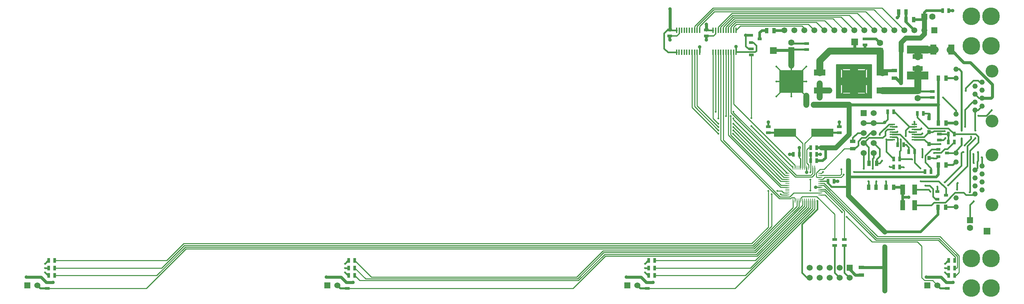
<source format=gtl>
G04 #@! TF.FileFunction,Copper,L1,Top,Signal*
%FSLAX46Y46*%
G04 Gerber Fmt 4.6, Leading zero omitted, Abs format (unit mm)*
G04 Created by KiCad (PCBNEW (2014-jul-16 BZR unknown)-product) date Qui 11 Dez 2014 13:31:00 BRST*
%MOMM*%
G01*
G04 APERTURE LIST*
%ADD10C,0.152400*%
%ADD11C,1.600000*%
%ADD12R,1.600000X1.600000*%
%ADD13R,1.143000X0.635000*%
%ADD14R,0.635000X1.143000*%
%ADD15C,4.500000*%
%ADD16R,1.500000X2.600000*%
%ADD17R,0.850900X1.016000*%
%ADD18R,1.524000X1.524000*%
%ADD19C,1.524000*%
%ADD20C,1.320800*%
%ADD21C,3.251200*%
%ADD22C,1.500000*%
%ADD23R,1.500000X1.500000*%
%ADD24R,1.000760X0.800100*%
%ADD25R,0.889000X1.397000*%
%ADD26R,1.397000X0.889000*%
%ADD27R,1.700000X1.700000*%
%ADD28R,0.269240X1.000760*%
%ADD29R,1.000760X0.269240*%
%ADD30R,6.197600X5.791200*%
%ADD31R,2.997200X1.600200*%
%ADD32R,0.419100X1.470660*%
%ADD33R,5.588000X2.108200*%
%ADD34R,1.270000X2.540000*%
%ADD35R,5.400000X2.000000*%
%ADD36R,2.540000X1.270000*%
%ADD37R,1.470660X0.419100*%
%ADD38C,1.270000*%
%ADD39C,0.889000*%
%ADD40C,0.508000*%
%ADD41C,0.508000*%
%ADD42C,0.635000*%
%ADD43C,0.762000*%
%ADD44C,1.524000*%
%ADD45C,1.270000*%
%ADD46C,0.304800*%
%ADD47C,0.381000*%
%ADD48C,1.016000*%
%ADD49C,1.778000*%
%ADD50C,0.254000*%
%ADD51C,0.203200*%
G04 APERTURE END LIST*
D10*
D11*
X227838000Y-23352000D03*
D12*
X227838000Y-21352000D03*
D13*
X231521000Y-21590000D03*
X231521000Y-23114000D03*
D11*
X218236800Y-9287000D03*
D12*
X218236800Y-11287000D03*
D13*
X214426800Y-9779000D03*
X214426800Y-8255000D03*
D11*
X195707000Y-9160000D03*
D12*
X195707000Y-11160000D03*
D13*
X199644000Y-10922000D03*
X199644000Y-9398000D03*
D14*
X227711000Y-27178000D03*
X229235000Y-27178000D03*
X200596500Y-37604700D03*
X202120500Y-37604700D03*
D13*
X207873600Y-30556200D03*
X207873600Y-32080200D03*
X189852300Y-30556200D03*
X189852300Y-32080200D03*
D14*
X197726300Y-37617400D03*
X196202300Y-37617400D03*
X205016100Y-44475400D03*
X206540100Y-44475400D03*
D13*
X174117000Y-7493000D03*
X174117000Y-5969000D03*
X164846000Y-7493000D03*
X164846000Y-5969000D03*
D11*
X231505000Y-2540000D03*
D12*
X229505000Y-2540000D03*
D14*
X234188000Y-1016000D03*
X235712000Y-1016000D03*
D15*
X246390800Y-2523800D03*
X246390800Y-10023800D03*
X241390800Y-2523800D03*
X241390800Y-10023800D03*
X246390800Y-64131500D03*
X246390800Y-71631500D03*
X241390800Y-64131500D03*
X241390800Y-71631500D03*
D16*
X236311000Y-10922000D03*
X231811000Y-10922000D03*
D17*
X230670100Y-35039300D03*
X230670100Y-38595300D03*
X230670100Y-31991300D03*
X230670100Y-28435300D03*
D18*
X230268780Y-70967600D03*
D19*
X232808780Y-70967600D03*
D18*
X154068780Y-70967600D03*
D19*
X156608780Y-70967600D03*
D18*
X77868780Y-70967600D03*
D19*
X80408780Y-70967600D03*
D18*
X1668780Y-70967600D03*
D19*
X4208780Y-70967600D03*
D20*
X237528100Y-15989300D03*
X237528100Y-18275300D03*
X237528100Y-27419300D03*
X237528100Y-29705300D03*
X242354100Y-26403300D03*
X242354100Y-24371300D03*
X242354100Y-22339300D03*
X242354100Y-20307300D03*
X244132100Y-23355300D03*
X244132100Y-21323300D03*
X244132100Y-25387300D03*
X244132100Y-19291300D03*
D21*
X246672100Y-16497300D03*
X246672100Y-29197300D03*
D20*
X237528100Y-37325300D03*
X237528100Y-39611300D03*
X237528100Y-48755300D03*
X237528100Y-51041300D03*
X242354100Y-47739300D03*
X242354100Y-45707300D03*
X242354100Y-43675300D03*
X242354100Y-41643300D03*
X244132100Y-44691300D03*
X244132100Y-42659300D03*
X244132100Y-46723300D03*
X244132100Y-40627300D03*
D21*
X246672100Y-37833300D03*
X246672100Y-50533300D03*
D22*
X196480000Y-6028000D03*
X193940000Y-6028000D03*
X206640000Y-6028000D03*
X204100000Y-6028000D03*
X201560000Y-6028000D03*
X214260000Y-6028000D03*
X211720000Y-6028000D03*
X209180000Y-6028000D03*
X224420000Y-6028000D03*
X221880000Y-6028000D03*
X219340000Y-6028000D03*
D23*
X232040000Y-6028000D03*
D22*
X229500000Y-6028000D03*
X199020000Y-6028000D03*
X226960000Y-6028000D03*
X216800000Y-6028000D03*
D18*
X210502500Y-66535300D03*
D19*
X210502500Y-69075300D03*
X207962500Y-66535300D03*
X207962500Y-69075300D03*
X205422500Y-66535300D03*
X205422500Y-69075300D03*
X202882500Y-66535300D03*
X202882500Y-69075300D03*
X200342500Y-66535300D03*
X200342500Y-69075300D03*
D24*
X235218820Y-37268000D03*
X233019180Y-38220500D03*
X233019180Y-36315500D03*
X235018820Y-48068000D03*
X232819180Y-49020500D03*
X232819180Y-47115500D03*
X187700920Y-8242300D03*
X185501280Y-9194800D03*
X185501280Y-7289800D03*
D14*
X229666800Y-42062400D03*
X231190800Y-42062400D03*
D25*
X233066500Y-40368000D03*
X234971500Y-40368000D03*
X232966500Y-51068000D03*
X234871500Y-51068000D03*
X233066500Y-18268000D03*
X234971500Y-18268000D03*
X233066500Y-29668000D03*
X234971500Y-29668000D03*
D13*
X235348780Y-70205600D03*
X235348780Y-71729600D03*
X159174180Y-70205600D03*
X159174180Y-71729600D03*
X82974180Y-70205600D03*
X82974180Y-71729600D03*
X6774180Y-70205600D03*
X6774180Y-71729600D03*
D14*
X235686600Y-64643000D03*
X237210600Y-64643000D03*
X235686600Y-66548000D03*
X237210600Y-66548000D03*
X235686600Y-68453000D03*
X237210600Y-68453000D03*
X161010600Y-64643000D03*
X159486600Y-64643000D03*
X161010600Y-66548000D03*
X159486600Y-66548000D03*
X161010600Y-68453000D03*
X159486600Y-68453000D03*
X84810600Y-64643000D03*
X83286600Y-64643000D03*
X84810600Y-66548000D03*
X83286600Y-66548000D03*
X84810600Y-68453000D03*
X83286600Y-68453000D03*
X8636000Y-64643000D03*
X7112000Y-64643000D03*
X8636000Y-66548000D03*
X7112000Y-66548000D03*
X8636000Y-68453000D03*
X7112000Y-68453000D03*
D25*
X199517000Y-25019000D03*
X201422000Y-25019000D03*
D13*
X233273600Y-32499300D03*
X233273600Y-34023300D03*
D14*
X227076000Y-36957000D03*
X225552000Y-36957000D03*
X223240600Y-38849300D03*
X221716600Y-38849300D03*
X220218000Y-26797000D03*
X221742000Y-26797000D03*
X223240600Y-40817800D03*
X221716600Y-40817800D03*
X202107800Y-35953700D03*
X200583800Y-35953700D03*
X202120500Y-39255700D03*
X200596500Y-39255700D03*
D25*
X224866500Y-3318000D03*
X226771500Y-3318000D03*
X222966500Y-1418000D03*
X224871500Y-1418000D03*
D13*
X185521600Y-12306300D03*
X185521600Y-10782300D03*
D25*
X189420500Y-6096000D03*
X191325500Y-6096000D03*
D26*
X221881700Y-16319500D03*
X221881700Y-18224500D03*
X213514940Y-66451480D03*
X213514940Y-68356480D03*
D13*
X209194400Y-59258200D03*
X209194400Y-60782200D03*
X206679800Y-59258200D03*
X206679800Y-60782200D03*
D27*
X191135000Y-11176000D03*
X211759800Y-9017000D03*
X245389400Y-57200800D03*
D28*
X196118480Y-49425860D03*
X201620120Y-41023540D03*
X201119740Y-41023540D03*
X200619360Y-41023540D03*
X200118980Y-41023540D03*
X199618600Y-41023540D03*
X199118220Y-41023540D03*
X198620380Y-41023540D03*
X198120000Y-41023540D03*
X197619620Y-41023540D03*
X197119240Y-41023540D03*
X196618860Y-41023540D03*
X196118480Y-41023540D03*
D29*
X194668140Y-42473880D03*
X194668140Y-42974260D03*
X194668140Y-43474640D03*
X194668140Y-43962320D03*
X194668140Y-44475400D03*
X194668140Y-44975780D03*
X194668140Y-45473620D03*
X194668140Y-45974000D03*
X194668140Y-46474380D03*
X194668140Y-46974760D03*
X194668140Y-47475140D03*
X194668140Y-47975520D03*
D28*
X196618860Y-49425860D03*
X197119240Y-49425860D03*
X197619620Y-49425860D03*
X198120000Y-49425860D03*
X198620380Y-49425860D03*
X199118220Y-49425860D03*
X199618600Y-49425860D03*
X200118980Y-49425860D03*
X200619360Y-49425860D03*
X201119740Y-49425860D03*
X201620120Y-49425860D03*
D29*
X203070460Y-47975520D03*
X203070460Y-47475140D03*
X203070460Y-46974760D03*
X203070460Y-46474380D03*
X203070460Y-45974000D03*
X203070460Y-45473620D03*
X203070460Y-44975780D03*
X203070460Y-44475400D03*
X203070460Y-43975020D03*
X203070460Y-43474640D03*
X203070460Y-42974260D03*
X203070460Y-42473880D03*
D30*
X211632800Y-19050000D03*
D31*
X218821000Y-21336000D03*
X218821000Y-16764000D03*
D30*
X195707000Y-19050000D03*
D31*
X202895200Y-21336000D03*
X202895200Y-16764000D03*
D32*
X178438280Y-11612880D03*
X179088520Y-11612880D03*
X179738760Y-11612880D03*
X180389000Y-11612880D03*
X176497720Y-6019800D03*
X176487560Y-11612880D03*
X177137800Y-11612880D03*
X177788040Y-11612880D03*
X181039240Y-6014720D03*
X180389000Y-6014720D03*
X179738760Y-6014720D03*
X179088520Y-6014720D03*
X178438280Y-6014720D03*
X177788040Y-6014720D03*
X181039240Y-11612880D03*
X177137800Y-6019800D03*
X175837320Y-11612880D03*
X181689480Y-11612880D03*
X181689480Y-6014720D03*
X175837320Y-6014720D03*
X169167280Y-11612880D03*
X169817520Y-11612880D03*
X170467760Y-11612880D03*
X171118000Y-11612880D03*
X167226720Y-6019800D03*
X167216560Y-11612880D03*
X167866800Y-11612880D03*
X168517040Y-11612880D03*
X171768240Y-6014720D03*
X171118000Y-6014720D03*
X170467760Y-6014720D03*
X169817520Y-6014720D03*
X169167280Y-6014720D03*
X168517040Y-6014720D03*
X171768240Y-11612880D03*
X167866800Y-6019800D03*
X166566320Y-11612880D03*
X172418480Y-11612880D03*
X172418480Y-6014720D03*
X166566320Y-6014720D03*
D33*
X194119500Y-32080200D03*
X203619100Y-32080200D03*
D18*
X214096600Y-27101800D03*
D19*
X216636600Y-27101800D03*
X214096600Y-29641800D03*
X216636600Y-29641800D03*
X214096600Y-32181800D03*
X216636600Y-32181800D03*
X214096600Y-34721800D03*
X216636600Y-34721800D03*
X214096600Y-37261800D03*
X216636600Y-37261800D03*
D26*
X211328000Y-34305240D03*
X211328000Y-36210240D03*
D25*
X215455500Y-39878000D03*
X217360500Y-39878000D03*
D11*
X241119000Y-56368000D03*
D12*
X241119000Y-54368000D03*
D14*
X222758000Y-35179000D03*
X224282000Y-35179000D03*
D34*
X227076000Y-46609000D03*
X224028000Y-46609000D03*
X227076000Y-50546000D03*
X224028000Y-50546000D03*
D14*
X237083600Y-32499300D03*
X235559600Y-32499300D03*
X237083600Y-34531300D03*
X235559600Y-34531300D03*
D25*
X221678500Y-45974000D03*
X219773500Y-45974000D03*
X217233500Y-45974000D03*
X215328500Y-45974000D03*
D35*
X227838000Y-10924000D03*
X227838000Y-17524000D03*
D36*
X227787200Y-12700000D03*
X227787200Y-15748000D03*
D37*
X221355920Y-29966920D03*
X221355920Y-30617160D03*
X221355920Y-31267400D03*
X221355920Y-31917640D03*
X221355920Y-32567880D03*
X221355920Y-33218120D03*
X221355920Y-33868360D03*
X226954080Y-33868360D03*
X226954080Y-33218120D03*
X226954080Y-32567880D03*
X226954080Y-31917640D03*
X226949000Y-31267400D03*
X226949000Y-30627320D03*
X226954080Y-29966920D03*
D38*
X219430600Y-57340500D03*
X219430600Y-72364600D03*
X219430600Y-61150500D03*
X210210400Y-39204900D03*
X206965798Y-35953700D03*
D39*
X197726300Y-35953700D03*
D38*
X203301600Y-35953700D03*
D39*
X236778800Y-70205600D03*
X8204200Y-70205600D03*
X229997000Y-68846700D03*
X153784300Y-68846700D03*
X77584300Y-68859400D03*
X1384300Y-68859400D03*
X84404200Y-70205600D03*
X160604200Y-70205600D03*
D40*
X229719000Y-45568000D03*
X231919000Y-37268000D03*
X226319000Y-38868000D03*
X223520000Y-33782000D03*
X222631000Y-31877000D03*
D39*
X223570800Y-19507200D03*
X219456000Y-29464000D03*
X174117000Y-4559300D03*
X164896800Y-584200D03*
D40*
X234219000Y-23168000D03*
X231819000Y-38668000D03*
D39*
X225519000Y-48568000D03*
D40*
X225298000Y-35560000D03*
X220726000Y-40767000D03*
X230670100Y-27419300D03*
X225679000Y-31877000D03*
X226949000Y-29337000D03*
X222504000Y-30607000D03*
X215442800Y-15240000D03*
X211632800Y-15240000D03*
X215442800Y-19050000D03*
X215442800Y-22860000D03*
X211632800Y-22860000D03*
X207822800Y-22860000D03*
X207822800Y-19050000D03*
X207822800Y-15240000D03*
X211582000Y-20320000D03*
X211582000Y-17780000D03*
X214122000Y-20320000D03*
X214122000Y-17780000D03*
X209042000Y-17780000D03*
X209042000Y-20320000D03*
X212902800Y-21590000D03*
X210362800Y-21590000D03*
X212902800Y-20320000D03*
X210362800Y-20320000D03*
X209092800Y-21590000D03*
X214172800Y-21590000D03*
X211632800Y-21590000D03*
X212902800Y-19050000D03*
X214172800Y-16510000D03*
X212902800Y-16510000D03*
X212902800Y-17780000D03*
X210362800Y-19050000D03*
X209092800Y-19050000D03*
X210362800Y-16510000D03*
X209092800Y-16510000D03*
X210362800Y-17780000D03*
X211632800Y-16510000D03*
X214172800Y-19050000D03*
D39*
X222619000Y-2868000D03*
X207505300Y-44475400D03*
D38*
X202895200Y-19570700D03*
X205371700Y-21336000D03*
X202882500Y-23126700D03*
D40*
X211632800Y-19050000D03*
D39*
X181686200Y-10223500D03*
X172415200Y-10236200D03*
X174117000Y-8458200D03*
X164858700Y-8458200D03*
X236728000Y-1016000D03*
X203085700Y-37604700D03*
X195249800Y-37617400D03*
X201917300Y-45986700D03*
X199631300Y-42176700D03*
X189852300Y-29413200D03*
X207873600Y-29413200D03*
D40*
X209804000Y-53530500D03*
X208597500Y-52324000D03*
X189865000Y-46926500D03*
X192189100Y-46926500D03*
X190690500Y-47764700D03*
X193027300Y-47764700D03*
X200533000Y-46875700D03*
X200533000Y-42176700D03*
X200533000Y-44018200D03*
X202285600Y-49491900D03*
X219837000Y-33782000D03*
X176491900Y-26822400D03*
X181000400Y-26822400D03*
X180962300Y-28486100D03*
X177152300Y-28486100D03*
X179108100Y-27851100D03*
X180340000Y-27851100D03*
X185521600Y-30391100D03*
X185521600Y-28371800D03*
X180949600Y-29857700D03*
X177190400Y-29857700D03*
X180949600Y-30695900D03*
X177190400Y-30695900D03*
X177190400Y-32397700D03*
X180936900Y-32397700D03*
X180949600Y-31534100D03*
X177190400Y-31534100D03*
X241319000Y-33168000D03*
X239719000Y-35368000D03*
X241919000Y-37568000D03*
X242019000Y-39868000D03*
X195707000Y-15240000D03*
X199517000Y-15240000D03*
X199517000Y-19050000D03*
X199517000Y-22860000D03*
X195707000Y-22860000D03*
X191897000Y-22860000D03*
X191897000Y-19050000D03*
X191897000Y-15240000D03*
X195707000Y-20320000D03*
X195707000Y-21590000D03*
X195707000Y-19050000D03*
X195707000Y-17780000D03*
X193167000Y-19050000D03*
X194437000Y-19050000D03*
X193167000Y-20320000D03*
X198247000Y-17780000D03*
X198247000Y-20320000D03*
X193167000Y-17780000D03*
X196977000Y-19050000D03*
X194437000Y-21590000D03*
X196977000Y-21590000D03*
X198247000Y-21590000D03*
X193167000Y-21590000D03*
X194437000Y-20320000D03*
X196977000Y-20320000D03*
X196977000Y-16510000D03*
X198247000Y-16510000D03*
X196977000Y-17780000D03*
X194437000Y-16510000D03*
X193167000Y-16510000D03*
X194437000Y-17780000D03*
X195707000Y-16510000D03*
X198247000Y-19050000D03*
X239014000Y-31623000D03*
X239014000Y-33528000D03*
X234708700Y-65443100D03*
X234708700Y-66548000D03*
X234708700Y-67640200D03*
X158508700Y-65443100D03*
X158508700Y-66548000D03*
X158508700Y-67640200D03*
X82308700Y-65443100D03*
X82308700Y-66548000D03*
X82308700Y-67652900D03*
X6134100Y-65455800D03*
X6134100Y-66548000D03*
X6134100Y-67652900D03*
X211632800Y-42075100D03*
X203746100Y-42075100D03*
X242019000Y-49568000D03*
X241019000Y-47268000D03*
X244094000Y-38354000D03*
X233519000Y-34968000D03*
X246619000Y-26368000D03*
X243219000Y-27768000D03*
X243119000Y-37068000D03*
X239819000Y-30568000D03*
X234619000Y-31668000D03*
X231019000Y-47068000D03*
X235519000Y-45468000D03*
X242419000Y-33468000D03*
X242419000Y-31568000D03*
X229019000Y-38368000D03*
X229019000Y-36268000D03*
X228727000Y-30988000D03*
X240019000Y-21468000D03*
X237919000Y-44868000D03*
X237819000Y-46568000D03*
X228981000Y-32258000D03*
X208407000Y-41402000D03*
X218719000Y-39268000D03*
X224219000Y-40968000D03*
X217297000Y-44450000D03*
X214122000Y-41275000D03*
X218186000Y-32639000D03*
X209042000Y-42799000D03*
X215265000Y-44450000D03*
X216408000Y-41275000D03*
X228473000Y-41148000D03*
X228600000Y-44450000D03*
X234696000Y-44704000D03*
X232791000Y-45847000D03*
X239419000Y-37068000D03*
X234819000Y-33468000D03*
D39*
X184150000Y-7289800D03*
D40*
X224719000Y-32968000D03*
X219719000Y-44468000D03*
D41*
X205968600Y-45885100D02*
X210210400Y-45885100D01*
D42*
X233066500Y-40368000D02*
X233066500Y-42802900D01*
X210261200Y-43357800D02*
X210210400Y-43307000D01*
X232511600Y-43357800D02*
X210261200Y-43357800D01*
X233066500Y-42802900D02*
X232511600Y-43357800D01*
X232966500Y-51068000D02*
X232966500Y-52910500D01*
X228536500Y-57340500D02*
X232966500Y-52910500D01*
X228536500Y-57340500D02*
X219430600Y-57340500D01*
X233066500Y-24968000D02*
X233066500Y-29668000D01*
X233066500Y-18268000D02*
X233066500Y-24968000D01*
D43*
X233066500Y-24968000D02*
X233066500Y-24984800D01*
X233019600Y-25031700D02*
X232918000Y-25031700D01*
X233066500Y-24984800D02*
X233019600Y-25031700D01*
D44*
X201422000Y-25019000D02*
X210362800Y-25019000D01*
X210362800Y-25019000D02*
X210375500Y-25031700D01*
D41*
X233019600Y-25133300D02*
X232918000Y-25031700D01*
D43*
X210375500Y-25031700D02*
X232918000Y-25031700D01*
D45*
X219430600Y-57327800D02*
X219430600Y-57340500D01*
X210210400Y-48107600D02*
X219430600Y-57327800D01*
X210210400Y-45885100D02*
X210210400Y-48107600D01*
X219430600Y-66294000D02*
X219430600Y-72364600D01*
X219430600Y-61150500D02*
X219430600Y-66294000D01*
X210210400Y-39204900D02*
X210210400Y-43307000D01*
X210210400Y-43307000D02*
X210210400Y-45885100D01*
D41*
X205016100Y-44475400D02*
X205016100Y-44932600D01*
X205016100Y-44932600D02*
X205968600Y-45885100D01*
D45*
X210375500Y-25031700D02*
X210375500Y-32543998D01*
X206965798Y-35953700D02*
X204431900Y-35953700D01*
X210375500Y-32543998D02*
X206965798Y-35953700D01*
D41*
X197726300Y-37617400D02*
X197726300Y-35953700D01*
D42*
X202120500Y-39255700D02*
X203708000Y-39255700D01*
X204431900Y-38531800D02*
X204431900Y-35953700D01*
X203708000Y-39255700D02*
X204431900Y-38531800D01*
D45*
X204431900Y-35953700D02*
X203301600Y-35953700D01*
D42*
X203301600Y-35953700D02*
X202107800Y-35953700D01*
D43*
X236778800Y-70205600D02*
X235348780Y-70205600D01*
X84404200Y-70205600D02*
X82974180Y-70205600D01*
X159174180Y-70205600D02*
X160604200Y-70205600D01*
X6774180Y-70205600D02*
X8204200Y-70205600D01*
X235348780Y-70205600D02*
X235089700Y-70205600D01*
X233730800Y-68846700D02*
X229997000Y-68846700D01*
X235089700Y-70205600D02*
X233730800Y-68846700D01*
X159174180Y-70205600D02*
X158915100Y-70205600D01*
X157556200Y-68846700D02*
X153784300Y-68846700D01*
X158915100Y-70205600D02*
X157556200Y-68846700D01*
X82974180Y-70205600D02*
X82715100Y-70205600D01*
X82715100Y-70205600D02*
X81368900Y-68859400D01*
X81368900Y-68859400D02*
X77584300Y-68859400D01*
X6774180Y-70205600D02*
X6515100Y-70205600D01*
X5168900Y-68859400D02*
X1384300Y-68859400D01*
X6515100Y-70205600D02*
X5168900Y-68859400D01*
D46*
X198120000Y-41023540D02*
X198120000Y-38823900D01*
X197726300Y-38430200D02*
X197726300Y-37617400D01*
X198120000Y-38823900D02*
X197726300Y-38430200D01*
X203070460Y-44475400D02*
X205016100Y-44475400D01*
D42*
X213448900Y-66535300D02*
X213461600Y-66522600D01*
D43*
X219430600Y-66451480D02*
X219456000Y-66426080D01*
X219456000Y-66426080D02*
X219456000Y-66294000D01*
X219456000Y-66294000D02*
X219430600Y-66294000D01*
X213514940Y-66451480D02*
X219430600Y-66451480D01*
D47*
X232819180Y-49020500D02*
X232371500Y-49020500D01*
X232371500Y-49020500D02*
X231719000Y-48368000D01*
X231719000Y-48368000D02*
X231719000Y-46468000D01*
X231719000Y-46468000D02*
X230819000Y-45568000D01*
X230819000Y-45568000D02*
X229719000Y-45568000D01*
X223240600Y-38849300D02*
X226300300Y-38849300D01*
X235346900Y-36268000D02*
X237083600Y-34531300D01*
X234619000Y-36268000D02*
X235346900Y-36268000D01*
X233719000Y-37168000D02*
X234619000Y-36268000D01*
X232019000Y-37168000D02*
X233719000Y-37168000D01*
X231919000Y-37268000D02*
X232019000Y-37168000D01*
X226300300Y-38849300D02*
X226319000Y-38868000D01*
X223240600Y-38849300D02*
X223240600Y-36855400D01*
X223520000Y-36576000D02*
X223520000Y-33782000D01*
X223240600Y-36855400D02*
X223520000Y-36576000D01*
X221355920Y-31917640D02*
X222590360Y-31917640D01*
X222590360Y-31917640D02*
X222631000Y-31877000D01*
X220218000Y-26797000D02*
X220218000Y-28702000D01*
X220218000Y-28702000D02*
X219456000Y-29464000D01*
X216636600Y-29641800D02*
X219278200Y-29641800D01*
X219456000Y-29464000D02*
X219278200Y-29641800D01*
X216636600Y-29641800D02*
X214096600Y-29641800D01*
X216636600Y-29362400D02*
X216636600Y-29641800D01*
D43*
X221881700Y-18224500D02*
X222288100Y-18224500D01*
X222288100Y-18224500D02*
X223570800Y-19507200D01*
X223570800Y-19507200D02*
X223583500Y-19519900D01*
D48*
X223583500Y-19519900D02*
X223583500Y-11277600D01*
D42*
X226771500Y-3318000D02*
X229394000Y-3318000D01*
X229394000Y-3318000D02*
X229505000Y-3429000D01*
D43*
X223596200Y-11290300D02*
X223583500Y-11277600D01*
D45*
X228473000Y-8001000D02*
X224764600Y-8001000D01*
X224764600Y-8001000D02*
X223583500Y-9182100D01*
X223583500Y-9182100D02*
X223583500Y-11277600D01*
X229500000Y-6028000D02*
X229500000Y-6974000D01*
X228473000Y-8001000D02*
X229500000Y-6974000D01*
D43*
X174117000Y-5969000D02*
X174117000Y-4559300D01*
X164896800Y-584200D02*
X164896800Y-5918200D01*
X164896800Y-5918200D02*
X164846000Y-5969000D01*
D47*
X166566320Y-11612880D02*
X164343080Y-11612880D01*
X164343080Y-11612880D02*
X163398200Y-10668000D01*
X163398200Y-10668000D02*
X163398200Y-6807200D01*
X163398200Y-6807200D02*
X164236400Y-5969000D01*
X164236400Y-5969000D02*
X164846000Y-5969000D01*
D42*
X234188000Y-1016000D02*
X230035100Y-1016000D01*
X229505000Y-1546100D02*
X229505000Y-2540000D01*
X230035100Y-1016000D02*
X229505000Y-1546100D01*
D47*
X175837320Y-6014720D02*
X174162720Y-6014720D01*
X174162720Y-6014720D02*
X174117000Y-5969000D01*
X166566320Y-6014720D02*
X164891720Y-6014720D01*
X164891720Y-6014720D02*
X164846000Y-5969000D01*
D45*
X229505000Y-2540000D02*
X229505000Y-3429000D01*
X229505000Y-3429000D02*
X229505000Y-6023000D01*
X229505000Y-6023000D02*
X229500000Y-6028000D01*
D49*
X227838000Y-17524000D02*
X227838000Y-21352000D01*
X227838000Y-15748000D02*
X227838000Y-17524000D01*
X227838000Y-21352000D02*
X218837000Y-21352000D01*
X218837000Y-21352000D02*
X218821000Y-21336000D01*
D41*
X231521000Y-21590000D02*
X228076000Y-21590000D01*
X228076000Y-21590000D02*
X227838000Y-21352000D01*
D47*
X237528100Y-27419300D02*
X237528100Y-26477100D01*
X237528100Y-26477100D02*
X234219000Y-23168000D01*
X231819000Y-38668000D02*
X232571680Y-38668000D01*
X231746300Y-38595300D02*
X231819000Y-38668000D01*
X230670100Y-38595300D02*
X231746300Y-38595300D01*
X232571680Y-38668000D02*
X233019180Y-38220500D01*
X185501280Y-9194800D02*
X186045800Y-9194800D01*
X186519000Y-11568000D02*
X181734360Y-11568000D01*
X186819000Y-11268000D02*
X186519000Y-11568000D01*
X186819000Y-9968000D02*
X186819000Y-11268000D01*
X186045800Y-9194800D02*
X186819000Y-9968000D01*
X181734360Y-11568000D02*
X181689480Y-11612880D01*
D42*
X224028000Y-48568000D02*
X225519000Y-48568000D01*
X221678500Y-45974000D02*
X223393000Y-45974000D01*
X223393000Y-45974000D02*
X224028000Y-46609000D01*
X224028000Y-46609000D02*
X224028000Y-48568000D01*
X224028000Y-48568000D02*
X224028000Y-50546000D01*
D47*
X225298000Y-35560000D02*
X225552000Y-35814000D01*
X224917000Y-35179000D02*
X225298000Y-35560000D01*
X224282000Y-35179000D02*
X224917000Y-35179000D01*
X225552000Y-35814000D02*
X225552000Y-36957000D01*
X221716600Y-40817800D02*
X220776800Y-40817800D01*
X220776800Y-40817800D02*
X220726000Y-40767000D01*
X230670100Y-27419300D02*
X230670100Y-27343100D01*
D43*
X230670100Y-28539440D02*
X230670100Y-27419300D01*
D47*
X230505000Y-27178000D02*
X229235000Y-27178000D01*
X230670100Y-27343100D02*
X230505000Y-27178000D01*
X226954080Y-31917640D02*
X225719640Y-31917640D01*
X225719640Y-31917640D02*
X225679000Y-31877000D01*
X226954080Y-29966920D02*
X226954080Y-29342080D01*
X226954080Y-29342080D02*
X226949000Y-29337000D01*
X221355920Y-30617160D02*
X222493840Y-30617160D01*
X222493840Y-30617160D02*
X222504000Y-30607000D01*
D46*
X211632800Y-19050000D02*
X215442800Y-15240000D01*
X211632800Y-19050000D02*
X211632800Y-15240000D01*
X211632800Y-19050000D02*
X215442800Y-19050000D01*
X211632800Y-19050000D02*
X215442800Y-22860000D01*
X211632800Y-19050000D02*
X211632800Y-22860000D01*
X211632800Y-19050000D02*
X207822800Y-22860000D01*
X211632800Y-19050000D02*
X207822800Y-19050000D01*
X211632800Y-19050000D02*
X207822800Y-15240000D01*
D50*
X211632800Y-19050000D02*
X211632800Y-20269200D01*
X211632800Y-20269200D02*
X211582000Y-20320000D01*
X211632800Y-19050000D02*
X211632800Y-17830800D01*
X211632800Y-17830800D02*
X211582000Y-17780000D01*
X211632800Y-19050000D02*
X212852000Y-19050000D01*
X212852000Y-19050000D02*
X214122000Y-20320000D01*
X212852000Y-19050000D02*
X214122000Y-17780000D01*
X211632800Y-19050000D02*
X210312000Y-19050000D01*
X210312000Y-19050000D02*
X209042000Y-17780000D01*
X210312000Y-19050000D02*
X209042000Y-20320000D01*
X211632800Y-19050000D02*
X211632800Y-17780000D01*
X211632800Y-19050000D02*
X211632800Y-20320000D01*
X211632800Y-20320000D02*
X212902800Y-21590000D01*
X211632800Y-20320000D02*
X210362800Y-21590000D01*
X211632800Y-19050000D02*
X212902800Y-20320000D01*
X211632800Y-19050000D02*
X210362800Y-20320000D01*
X211632800Y-19050000D02*
X209092800Y-21590000D01*
X211632800Y-19050000D02*
X214172800Y-21590000D01*
X211632800Y-19050000D02*
X211632800Y-21590000D01*
X211632800Y-19050000D02*
X212902800Y-19050000D01*
X211632800Y-19050000D02*
X214172800Y-16510000D01*
X211632800Y-17780000D02*
X212902800Y-16510000D01*
X211632800Y-19050000D02*
X212902800Y-17780000D01*
X211632800Y-19050000D02*
X210362800Y-19050000D01*
X211632800Y-19050000D02*
X209092800Y-19050000D01*
X211632800Y-17780000D02*
X210362800Y-16510000D01*
X211632800Y-19050000D02*
X209092800Y-16510000D01*
X211632800Y-19050000D02*
X210362800Y-17780000D01*
X211632800Y-19050000D02*
X211632800Y-16510000D01*
X211632800Y-19050000D02*
X214172800Y-19050000D01*
D42*
X222966500Y-1418000D02*
X222966500Y-2520500D01*
X222966500Y-2520500D02*
X222619000Y-2868000D01*
X206540100Y-44475400D02*
X207505300Y-44475400D01*
D44*
X202895200Y-21336000D02*
X202895200Y-19570700D01*
X202895200Y-21336000D02*
X205371700Y-21336000D01*
X202895200Y-21336000D02*
X202895200Y-23114000D01*
X202895200Y-23114000D02*
X202882500Y-23126700D01*
D47*
X181689480Y-11612880D02*
X181689480Y-10226780D01*
X181689480Y-10226780D02*
X181686200Y-10223500D01*
X172418480Y-11612880D02*
X172418480Y-10239480D01*
X172418480Y-10239480D02*
X172415200Y-10236200D01*
D42*
X174117000Y-7493000D02*
X174117000Y-8458200D01*
X164846000Y-7493000D02*
X164846000Y-8445500D01*
X164846000Y-8445500D02*
X164858700Y-8458200D01*
D46*
X167226720Y-6019800D02*
X167226720Y-6902980D01*
X166636700Y-7493000D02*
X164846000Y-7493000D01*
X167226720Y-6902980D02*
X166636700Y-7493000D01*
X176497720Y-6019800D02*
X176497720Y-6953780D01*
X175958500Y-7493000D02*
X174117000Y-7493000D01*
X176497720Y-6953780D02*
X175958500Y-7493000D01*
D42*
X235712000Y-1016000D02*
X236728000Y-1016000D01*
D41*
X199644000Y-9398000D02*
X195945000Y-9398000D01*
X195945000Y-9398000D02*
X195707000Y-9160000D01*
D42*
X214426800Y-8255000D02*
X217204800Y-8255000D01*
X217204800Y-8255000D02*
X218236800Y-9287000D01*
D41*
X231521000Y-23114000D02*
X228076000Y-23114000D01*
X228076000Y-23114000D02*
X227838000Y-23352000D01*
X202120500Y-37604700D02*
X203085700Y-37604700D01*
D42*
X196202300Y-37617400D02*
X195249800Y-37617400D01*
D46*
X203070460Y-45974000D02*
X201930000Y-45974000D01*
X201930000Y-45974000D02*
X201917300Y-45986700D01*
X199618600Y-41023540D02*
X199618600Y-42164000D01*
X199618600Y-42164000D02*
X199631300Y-42176700D01*
D41*
X189852300Y-30556200D02*
X189852300Y-29413200D01*
X207873600Y-30556200D02*
X207873600Y-29413200D01*
D47*
X185521600Y-9215120D02*
X185501280Y-9194800D01*
D50*
X203070460Y-47975520D02*
X204249020Y-47975520D01*
X231589580Y-69748400D02*
X232808780Y-70967600D01*
X229539800Y-69748400D02*
X231589580Y-69748400D01*
X228803200Y-69011800D02*
X229539800Y-69748400D01*
X228803200Y-60998100D02*
X228803200Y-69011800D01*
X227723706Y-59918606D02*
X228803200Y-60998100D01*
X216192106Y-59918606D02*
X227723706Y-59918606D01*
X209804000Y-53530500D02*
X216192106Y-59918606D01*
X204249020Y-47975520D02*
X208597500Y-52324000D01*
D41*
X235348780Y-71729600D02*
X233570780Y-71729600D01*
X233570780Y-71729600D02*
X232808780Y-70967600D01*
D50*
X201620120Y-49425860D02*
X201620120Y-51490880D01*
X181381400Y-71729600D02*
X159174180Y-71729600D01*
X201620120Y-51490880D02*
X181381400Y-71729600D01*
D41*
X159174180Y-71729600D02*
X157370780Y-71729600D01*
X157370780Y-71729600D02*
X156608780Y-70967600D01*
D50*
X199618600Y-49425860D02*
X199618600Y-50906072D01*
X140258800Y-71729600D02*
X82974180Y-71729600D01*
X148450300Y-63538100D02*
X140258800Y-71729600D01*
X186986572Y-63538100D02*
X148450300Y-63538100D01*
X199618600Y-50906072D02*
X186986572Y-63538100D01*
D41*
X82974180Y-71729600D02*
X81170780Y-71729600D01*
X81170780Y-71729600D02*
X80408780Y-70967600D01*
D50*
X197119240Y-49425860D02*
X197119240Y-50819104D01*
X31915100Y-71729600D02*
X6774180Y-71729600D01*
X41935408Y-61709292D02*
X31915100Y-71729600D01*
X186229052Y-61709292D02*
X41935408Y-61709292D01*
X197119240Y-50819104D02*
X186229052Y-61709292D01*
D41*
X6774180Y-71729600D02*
X4970780Y-71729600D01*
X4970780Y-71729600D02*
X4208780Y-70967600D01*
D50*
X177137800Y-6019800D02*
X177137800Y-5228208D01*
X212511886Y-1739886D02*
X216800000Y-6028000D01*
X180626122Y-1739886D02*
X212511886Y-1739886D01*
X177137800Y-5228208D02*
X180626122Y-1739886D01*
X177788040Y-6014720D02*
X177788040Y-5224550D01*
X210429088Y-2197088D02*
X214260000Y-6028000D01*
X180815502Y-2197088D02*
X210429088Y-2197088D01*
X177788040Y-5224550D02*
X180815502Y-2197088D01*
X178438280Y-6014720D02*
X178438280Y-5220892D01*
X208346290Y-2654290D02*
X211720000Y-6028000D01*
X181004882Y-2654290D02*
X208346290Y-2654290D01*
X178438280Y-5220892D02*
X181004882Y-2654290D01*
X179088520Y-6014720D02*
X179088520Y-5217234D01*
X206263492Y-3111492D02*
X209180000Y-6028000D01*
X181194262Y-3111492D02*
X206263492Y-3111492D01*
X179088520Y-5217234D02*
X181194262Y-3111492D01*
X179738760Y-6014720D02*
X179738760Y-5213576D01*
X204180694Y-3568694D02*
X206640000Y-6028000D01*
X181383642Y-3568694D02*
X204180694Y-3568694D01*
X179738760Y-5213576D02*
X181383642Y-3568694D01*
X180389000Y-6014720D02*
X180389000Y-5209918D01*
X202097896Y-4025896D02*
X204100000Y-6028000D01*
X181573022Y-4025896D02*
X202097896Y-4025896D01*
X180389000Y-5209918D02*
X181573022Y-4025896D01*
X181039240Y-6014720D02*
X181039240Y-5206260D01*
X200015098Y-4483098D02*
X201560000Y-6028000D01*
X181762402Y-4483098D02*
X200015098Y-4483098D01*
X181039240Y-5206260D02*
X181762402Y-4483098D01*
X199020000Y-6028000D02*
X199020000Y-5522800D01*
X182763900Y-4940300D02*
X181689480Y-6014720D01*
X198437500Y-4940300D02*
X182763900Y-4940300D01*
X199020000Y-5522800D02*
X198437500Y-4940300D01*
X172418480Y-6014720D02*
X172418480Y-5025920D01*
X214594684Y-1282684D02*
X219340000Y-6028000D01*
X176161716Y-1282684D02*
X214594684Y-1282684D01*
X172418480Y-5025920D02*
X176161716Y-1282684D01*
X171118000Y-6014720D02*
X171118000Y-5033236D01*
X218760280Y-368280D02*
X224420000Y-6028000D01*
X175782956Y-368280D02*
X218760280Y-368280D01*
X171118000Y-5033236D02*
X175782956Y-368280D01*
X171768240Y-6014720D02*
X171768240Y-5029578D01*
X216677482Y-825482D02*
X221880000Y-6028000D01*
X175972336Y-825482D02*
X216677482Y-825482D01*
X171768240Y-5029578D02*
X175972336Y-825482D01*
X237210600Y-64643000D02*
X237210600Y-64223900D01*
X204248716Y-46474380D02*
X203070460Y-46474380D01*
X217235740Y-59461404D02*
X204248716Y-46474380D01*
X232029000Y-59461404D02*
X217235740Y-59461404D01*
X232035596Y-59468000D02*
X232029000Y-59461404D01*
X233065418Y-59468000D02*
X232035596Y-59468000D01*
X237357209Y-63759791D02*
X233065418Y-59468000D01*
X237357209Y-64572589D02*
X237357209Y-63759791D01*
X237286798Y-64643000D02*
X237357209Y-64572589D01*
X237210600Y-64643000D02*
X237286798Y-64643000D01*
X238328202Y-67640198D02*
X238328202Y-63437620D01*
X204043280Y-44975780D02*
X217614500Y-58547000D01*
X217614500Y-58547000D02*
X233437582Y-58547000D01*
X237210600Y-68453000D02*
X237515400Y-68453000D01*
X237515400Y-68453000D02*
X238328202Y-67640198D01*
X204043280Y-44975780D02*
X203070460Y-44975780D01*
X238328202Y-63437620D02*
X233437582Y-58547000D01*
X203894538Y-45473620D02*
X217425120Y-59004202D01*
X217425120Y-59004202D02*
X233248202Y-59004202D01*
X233248202Y-59004202D02*
X237871000Y-63627000D01*
X237871000Y-63627000D02*
X237871000Y-66421000D01*
X237871000Y-66421000D02*
X237744000Y-66548000D01*
X237744000Y-66548000D02*
X237210600Y-66548000D01*
X203070460Y-45473620D02*
X203894538Y-45473620D01*
X200118980Y-49425860D02*
X200118980Y-51052274D01*
X186528254Y-64643000D02*
X161010600Y-64643000D01*
X200118980Y-51052274D02*
X186528254Y-64643000D01*
X201119740Y-49425860D02*
X201119740Y-51344678D01*
X184011418Y-68453000D02*
X161010600Y-68453000D01*
X201119740Y-51344678D02*
X184011418Y-68453000D01*
X200619360Y-49425860D02*
X200619360Y-51198476D01*
X185269836Y-66548000D02*
X161010600Y-66548000D01*
X200619360Y-51198476D02*
X185269836Y-66548000D01*
X197619620Y-49425860D02*
X197619620Y-50965306D01*
X89001594Y-68833994D02*
X84810600Y-64643000D01*
X141214660Y-68833994D02*
X89001594Y-68833994D01*
X147882160Y-62166494D02*
X141214660Y-68833994D01*
X186418432Y-62166494D02*
X147882160Y-62166494D01*
X197619620Y-50965306D02*
X186418432Y-62166494D01*
X199118220Y-49425860D02*
X199118220Y-50759870D01*
X86105998Y-69748398D02*
X84810600Y-68453000D01*
X141593420Y-69748398D02*
X86105998Y-69748398D01*
X148260920Y-63080898D02*
X141593420Y-69748398D01*
X186797192Y-63080898D02*
X148260920Y-63080898D01*
X199118220Y-50759870D02*
X186797192Y-63080898D01*
X198620380Y-49425860D02*
X198620380Y-50611128D01*
X87553796Y-69291196D02*
X84810600Y-66548000D01*
X141404040Y-69291196D02*
X87553796Y-69291196D01*
X148071540Y-62623696D02*
X141404040Y-69291196D01*
X186607812Y-62623696D02*
X148071540Y-62623696D01*
X198620380Y-50611128D02*
X186607812Y-62623696D01*
X189865000Y-46926500D02*
X189865000Y-56133598D01*
X193766440Y-47475140D02*
X193217800Y-46926500D01*
X193217800Y-46926500D02*
X192189100Y-46926500D01*
X194668140Y-47475140D02*
X193766440Y-47475140D01*
X37061954Y-64643000D02*
X8636000Y-64643000D01*
X41367268Y-60337686D02*
X37061954Y-64643000D01*
X185660912Y-60337686D02*
X41367268Y-60337686D01*
X189865000Y-56133598D02*
X185660912Y-60337686D01*
X196118480Y-49425860D02*
X196118480Y-51173282D01*
X34545118Y-68453000D02*
X8636000Y-68453000D01*
X41746028Y-61252090D02*
X34545118Y-68453000D01*
X186039672Y-61252090D02*
X41746028Y-61252090D01*
X196118480Y-51173282D02*
X186039672Y-61252090D01*
X190690500Y-47764700D02*
X190690500Y-55954680D01*
X194668140Y-47975520D02*
X193238120Y-47975520D01*
X193238120Y-47975520D02*
X193027300Y-47764700D01*
X35803536Y-66548000D02*
X8636000Y-66548000D01*
X41556648Y-60794888D02*
X35803536Y-66548000D01*
X185850292Y-60794888D02*
X41556648Y-60794888D01*
X190690500Y-55954680D02*
X185850292Y-60794888D01*
D47*
X200342500Y-69075300D02*
X199682100Y-69075300D01*
D50*
X200619360Y-42090340D02*
X200533000Y-42176700D01*
X200619360Y-42090340D02*
X200619360Y-41023540D01*
X200533000Y-44018200D02*
X200533000Y-46875700D01*
D47*
X202285600Y-51561784D02*
X202285600Y-49491900D01*
X198399400Y-55447984D02*
X202285600Y-51561784D01*
X198399400Y-67792600D02*
X198399400Y-55447984D01*
X199682100Y-69075300D02*
X198399400Y-67792600D01*
X200596500Y-39255700D02*
X200596500Y-37604700D01*
D50*
X200619360Y-41023540D02*
X200619360Y-39278560D01*
X200619360Y-39278560D02*
X200596500Y-39255700D01*
D47*
X219837000Y-33782000D02*
X219837000Y-36969700D01*
X219837000Y-36969700D02*
X221716600Y-38849300D01*
X221355920Y-33868360D02*
X219923360Y-33868360D01*
X219923360Y-33868360D02*
X219837000Y-33782000D01*
X214096600Y-32181800D02*
X212547200Y-32181800D01*
X211328000Y-33401000D02*
X211328000Y-34305240D01*
X212547200Y-32181800D02*
X211328000Y-33401000D01*
D50*
X198120000Y-49425860D02*
X198120000Y-48768000D01*
X206679800Y-52882800D02*
X206679800Y-59258200D01*
X202184000Y-48387000D02*
X206679800Y-52882800D01*
X198501000Y-48387000D02*
X202184000Y-48387000D01*
X198120000Y-48768000D02*
X198501000Y-48387000D01*
X203070460Y-46974760D02*
X204102514Y-46974760D01*
X209194400Y-52066646D02*
X209194400Y-59258200D01*
X204102514Y-46974760D02*
X209194400Y-52066646D01*
X176487560Y-11612880D02*
X176487560Y-26818060D01*
X181000400Y-26822400D02*
X181000400Y-27012900D01*
X196951600Y-42964100D02*
X181000400Y-27012900D01*
X201119740Y-42504360D02*
X201119740Y-41023540D01*
X201119740Y-42504360D02*
X200660000Y-42964100D01*
X200660000Y-42964100D02*
X196951600Y-42964100D01*
X176487560Y-26818060D02*
X176491900Y-26822400D01*
X194668140Y-42473880D02*
X194668140Y-42458640D01*
X177137800Y-28471600D02*
X177137800Y-11612880D01*
X177152300Y-28486100D02*
X177137800Y-28471600D01*
X180962300Y-28752800D02*
X180962300Y-28486100D01*
X194668140Y-42458640D02*
X180962300Y-28752800D01*
X177788040Y-11612880D02*
X177788040Y-34010222D01*
X196618860Y-48778160D02*
X196618860Y-49425860D01*
X196430900Y-48590200D02*
X196618860Y-48778160D01*
X195807482Y-48590200D02*
X196430900Y-48590200D01*
X195489980Y-48907702D02*
X195807482Y-48590200D01*
X192685520Y-48907702D02*
X195489980Y-48907702D01*
X177788040Y-34010222D02*
X192685520Y-48907702D01*
X178438280Y-11612880D02*
X178438280Y-34013880D01*
X196275960Y-47475140D02*
X203070460Y-47475140D01*
X195300600Y-48450500D02*
X196275960Y-47475140D01*
X192874900Y-48450500D02*
X195300600Y-48450500D01*
X178438280Y-34013880D02*
X192874900Y-48450500D01*
X194668140Y-45473620D02*
X193110002Y-45473620D01*
X179088520Y-27831520D02*
X179088520Y-11612880D01*
X179108100Y-27851100D02*
X179088520Y-27831520D01*
X180340000Y-32703618D02*
X180340000Y-27851100D01*
X193110002Y-45473620D02*
X180340000Y-32703618D01*
X179738760Y-11612880D02*
X179738760Y-32748960D01*
X192963800Y-45974000D02*
X194668140Y-45974000D01*
X179738760Y-32748960D02*
X192963800Y-45974000D01*
X180389000Y-11612880D02*
X180389000Y-27048082D01*
X201620120Y-42726762D02*
X200925580Y-43421302D01*
X200925580Y-43421302D02*
X196762220Y-43421302D01*
X201620120Y-42726762D02*
X201620120Y-41023540D01*
X180389000Y-27048082D02*
X196762220Y-43421302D01*
X196618860Y-41023540D02*
X196618860Y-40383460D01*
X181039240Y-24803840D02*
X181039240Y-11612880D01*
X196618860Y-40383460D02*
X181039240Y-24803840D01*
X185521600Y-12306300D02*
X185521600Y-28371800D01*
X196118480Y-40987980D02*
X185521600Y-30391100D01*
X196118480Y-40987980D02*
X196118480Y-41023540D01*
X175837320Y-11612880D02*
X175837320Y-28504620D01*
X194066160Y-42974260D02*
X180949600Y-29857700D01*
X194066160Y-42974260D02*
X194668140Y-42974260D01*
X175837320Y-28504620D02*
X177190400Y-29857700D01*
X171768240Y-11612880D02*
X171768240Y-25273740D01*
X193728340Y-43474640D02*
X180949600Y-30695900D01*
X193728340Y-43474640D02*
X194668140Y-43474640D01*
X171768240Y-25273740D02*
X177190400Y-30695900D01*
X170467760Y-11612880D02*
X170467760Y-25675060D01*
X193014600Y-44475400D02*
X194668140Y-44475400D01*
X193014600Y-44475400D02*
X180936900Y-32397700D01*
X170467760Y-25675060D02*
X177190400Y-32397700D01*
X171118000Y-11612880D02*
X171118000Y-25461700D01*
X193377820Y-43962320D02*
X180949600Y-31534100D01*
X193377820Y-43962320D02*
X194668140Y-43962320D01*
X171118000Y-25461700D02*
X177190400Y-31534100D01*
D47*
X239719000Y-35268000D02*
X241319000Y-33668000D01*
X241319000Y-33668000D02*
X241319000Y-33168000D01*
X239719000Y-35268000D02*
X239719000Y-35368000D01*
X239719000Y-35368000D02*
X239661702Y-35310702D01*
X241919000Y-39768000D02*
X241919000Y-37568000D01*
X242019000Y-39868000D02*
X241919000Y-39768000D01*
X244132100Y-23355300D02*
X243370100Y-23355300D01*
X243370100Y-23355300D02*
X242354100Y-22339300D01*
D44*
X235960920Y-10922000D02*
X235960920Y-11120120D01*
D43*
X246392700Y-23355300D02*
X244132100Y-23355300D01*
X236311000Y-11013000D02*
X239522000Y-14224000D01*
X239522000Y-14224000D02*
X241173000Y-14224000D01*
X241173000Y-14224000D02*
X246761000Y-19812000D01*
X246761000Y-19812000D02*
X246761000Y-22987000D01*
X246761000Y-22987000D02*
X246392700Y-23355300D01*
X236311000Y-10922000D02*
X236311000Y-11013000D01*
X221881700Y-16319500D02*
X219265500Y-16319500D01*
X219265500Y-16319500D02*
X218821000Y-16764000D01*
D42*
X214426800Y-9779000D02*
X214426800Y-11150600D01*
X214426800Y-11150600D02*
X214563200Y-11287000D01*
D43*
X211759800Y-9017000D02*
X211759800Y-11176000D01*
X211759800Y-11176000D02*
X211648800Y-11287000D01*
D49*
X218236800Y-11287000D02*
X214563200Y-11287000D01*
X214563200Y-11287000D02*
X211648800Y-11287000D01*
X211648800Y-11287000D02*
X205375000Y-11287000D01*
X205375000Y-11287000D02*
X202895200Y-13766800D01*
X202895200Y-13766800D02*
X202895200Y-16764000D01*
D44*
X218246200Y-11277600D02*
X218236800Y-11287000D01*
X218284300Y-11239500D02*
X218236800Y-11287000D01*
D49*
X218236800Y-11287000D02*
X218236800Y-16179800D01*
X218236800Y-16179800D02*
X218821000Y-16764000D01*
D46*
X195707000Y-19050000D02*
X195707000Y-15240000D01*
X195707000Y-19050000D02*
X199517000Y-15240000D01*
X195707000Y-19050000D02*
X199517000Y-19050000D01*
X195707000Y-19050000D02*
X199517000Y-22860000D01*
X195707000Y-19050000D02*
X195707000Y-22860000D01*
X195707000Y-19050000D02*
X191897000Y-22860000D01*
X195707000Y-19050000D02*
X191897000Y-19050000D01*
X195707000Y-19050000D02*
X191897000Y-15240000D01*
D44*
X195707000Y-11160000D02*
X195707000Y-15024100D01*
X199517000Y-25019000D02*
X199517000Y-22733000D01*
D50*
X195707000Y-19050000D02*
X195707000Y-20320000D01*
X195707000Y-19050000D02*
X195707000Y-17780000D01*
X195707000Y-19050000D02*
X194437000Y-19050000D01*
X194437000Y-19050000D02*
X193167000Y-20320000D01*
X195707000Y-19050000D02*
X196977000Y-19050000D01*
X196977000Y-19050000D02*
X198247000Y-17780000D01*
X195707000Y-19050000D02*
X196977000Y-19050000D01*
X196977000Y-19050000D02*
X198247000Y-20320000D01*
X194437000Y-19050000D02*
X193167000Y-17780000D01*
X195707000Y-19050000D02*
X196977000Y-19050000D01*
X195707000Y-20320000D02*
X194437000Y-21590000D01*
X195707000Y-20320000D02*
X196977000Y-21590000D01*
X195707000Y-19050000D02*
X198247000Y-21590000D01*
X195707000Y-19050000D02*
X193167000Y-21590000D01*
X195707000Y-19050000D02*
X194437000Y-20320000D01*
X195707000Y-19050000D02*
X196977000Y-20320000D01*
X195707000Y-17780000D02*
X196977000Y-16510000D01*
X195707000Y-19050000D02*
X198247000Y-16510000D01*
X195707000Y-19050000D02*
X196977000Y-17780000D01*
X195707000Y-17780000D02*
X194437000Y-16510000D01*
X195707000Y-19050000D02*
X193167000Y-16510000D01*
X195707000Y-19050000D02*
X194437000Y-17780000D01*
X195707000Y-19050000D02*
X195707000Y-21590000D01*
X195707000Y-19050000D02*
X195707000Y-16510000D01*
X195707000Y-19050000D02*
X193167000Y-19050000D01*
X195707000Y-19050000D02*
X198247000Y-19050000D01*
D43*
X195707000Y-11160000D02*
X191151000Y-11160000D01*
X191151000Y-11160000D02*
X191135000Y-11176000D01*
D41*
X199644000Y-10922000D02*
X195945000Y-10922000D01*
X195945000Y-10922000D02*
X195707000Y-11160000D01*
X207873600Y-32080200D02*
X203619100Y-32080200D01*
D50*
X199118220Y-41023540D02*
X199118220Y-34841180D01*
X201879200Y-32080200D02*
X203619100Y-32080200D01*
X199118220Y-34841180D02*
X201879200Y-32080200D01*
D41*
X189852300Y-32080200D02*
X194119500Y-32080200D01*
D50*
X198620380Y-41023540D02*
X198620380Y-34841180D01*
X195859400Y-32080200D02*
X194119500Y-32080200D01*
X198620380Y-34841180D02*
X195859400Y-32080200D01*
X198602602Y-41023540D02*
X198620380Y-41023540D01*
X198620380Y-41005762D02*
X198602602Y-41023540D01*
D49*
X227840000Y-10922000D02*
X227838000Y-10924000D01*
X227840000Y-10922000D02*
X232161080Y-10922000D01*
X227838000Y-12700000D02*
X227838000Y-10924000D01*
D47*
X237528100Y-37325300D02*
X237528100Y-36758900D01*
X237528100Y-36758900D02*
X239014000Y-35273000D01*
D41*
X239014000Y-16637000D02*
X239014000Y-31623000D01*
X239014000Y-33528000D02*
X239014000Y-35273000D01*
X237528100Y-15989300D02*
X238366300Y-15989300D01*
X238366300Y-15989300D02*
X239014000Y-16637000D01*
D47*
X235218820Y-37268000D02*
X237470800Y-37268000D01*
X237470800Y-37268000D02*
X237528100Y-37325300D01*
D41*
X237782100Y-15989300D02*
X237528100Y-15989300D01*
X235276120Y-37325300D02*
X235218820Y-37268000D01*
D42*
X237520800Y-18268000D02*
X237528100Y-18275300D01*
D41*
X237520800Y-18268000D02*
X237528100Y-18275300D01*
X234971500Y-18268000D02*
X237520800Y-18268000D01*
D42*
X234971500Y-29668000D02*
X237490800Y-29668000D01*
X237490800Y-29668000D02*
X237528100Y-29705300D01*
D41*
X236771400Y-40368000D02*
X237528100Y-39611300D01*
X234971500Y-40368000D02*
X236771400Y-40368000D01*
D47*
X237528100Y-51041300D02*
X234898200Y-51041300D01*
X234898200Y-51041300D02*
X234871500Y-51068000D01*
D42*
X237501400Y-51068000D02*
X237528100Y-51041300D01*
X191325500Y-6096000D02*
X193872000Y-6096000D01*
X193872000Y-6096000D02*
X193940000Y-6028000D01*
X224866500Y-3318000D02*
X224866500Y-3934500D01*
X224866500Y-3934500D02*
X226960000Y-6028000D01*
X224871500Y-1418000D02*
X224871500Y-3313000D01*
X224871500Y-3313000D02*
X224866500Y-3318000D01*
D47*
X235686600Y-64643000D02*
X235508800Y-64643000D01*
X235508800Y-64643000D02*
X234708700Y-65443100D01*
X235686600Y-66548000D02*
X234708700Y-66548000D01*
X235686600Y-68453000D02*
X235521500Y-68453000D01*
X235521500Y-68453000D02*
X234708700Y-67640200D01*
X159486600Y-64643000D02*
X159308800Y-64643000D01*
X159308800Y-64643000D02*
X158508700Y-65443100D01*
X159486600Y-66548000D02*
X158508700Y-66548000D01*
X159486600Y-68453000D02*
X159321500Y-68453000D01*
X159321500Y-68453000D02*
X158508700Y-67640200D01*
X83286600Y-64643000D02*
X83108800Y-64643000D01*
X83108800Y-64643000D02*
X82308700Y-65443100D01*
X83286600Y-66548000D02*
X82308700Y-66548000D01*
X83286600Y-68453000D02*
X83108800Y-68453000D01*
X83108800Y-68453000D02*
X82308700Y-67652900D01*
X7112000Y-64643000D02*
X6946900Y-64643000D01*
X6946900Y-64643000D02*
X6134100Y-65455800D01*
X7112000Y-66548000D02*
X6134100Y-66548000D01*
X7112000Y-68453000D02*
X6934200Y-68453000D01*
X6934200Y-68453000D02*
X6134100Y-67652900D01*
D43*
X211993480Y-68356480D02*
X213514940Y-68356480D01*
X210502500Y-66865500D02*
X211993480Y-68356480D01*
X210502500Y-66535300D02*
X210502500Y-66865500D01*
D47*
X209194400Y-60782200D02*
X209194400Y-67767200D01*
X209194400Y-67767200D02*
X210502500Y-69075300D01*
X206679800Y-60782200D02*
X206679800Y-67792600D01*
X206679800Y-67792600D02*
X207962500Y-69075300D01*
D42*
X189420500Y-6096000D02*
X188277500Y-6096000D01*
X187700920Y-6672580D02*
X187700920Y-8242300D01*
X188277500Y-6096000D02*
X187700920Y-6672580D01*
D47*
X211632800Y-42075100D02*
X229654100Y-42075100D01*
D50*
X203070460Y-42473880D02*
X203347320Y-42473880D01*
X203347320Y-42473880D02*
X203746100Y-42075100D01*
D47*
X229654100Y-42075100D02*
X229666800Y-42062400D01*
D50*
X200075800Y-35953700D02*
X200583800Y-35953700D01*
X199631300Y-36398200D02*
X200075800Y-35953700D01*
X199631300Y-39827200D02*
X199631300Y-36398200D01*
X200118980Y-41023540D02*
X200118980Y-40314880D01*
X200118980Y-40314880D02*
X199631300Y-39827200D01*
D47*
X221355920Y-31267400D02*
X220065600Y-31267400D01*
X215417400Y-33401000D02*
X214096600Y-34721800D01*
X218948000Y-33401000D02*
X215417400Y-33401000D01*
X219583000Y-32766000D02*
X218948000Y-33401000D01*
X219583000Y-31750000D02*
X219583000Y-32766000D01*
X220065600Y-31267400D02*
X219583000Y-31750000D01*
X214096600Y-34721800D02*
X214299800Y-34721800D01*
X214299800Y-34721800D02*
X215392000Y-35814000D01*
X215392000Y-35814000D02*
X215392000Y-39814500D01*
X215392000Y-39814500D02*
X215455500Y-39878000D01*
X242519000Y-32499300D02*
X242550300Y-32499300D01*
X243219000Y-33168000D02*
X243219000Y-34568000D01*
X242550300Y-32499300D02*
X243219000Y-33168000D01*
X241119000Y-54368000D02*
X241119000Y-50468000D01*
X241119000Y-50468000D02*
X242019000Y-49568000D01*
X243219000Y-34568000D02*
X241119000Y-36668000D01*
X241119000Y-47168000D02*
X241019000Y-47268000D01*
X241119000Y-36668000D02*
X241119000Y-47168000D01*
X237083600Y-32499300D02*
X242519000Y-32499300D01*
X227711000Y-27178000D02*
X227711000Y-28194000D01*
X235572300Y-30988000D02*
X237083600Y-32499300D01*
X230505000Y-30988000D02*
X235572300Y-30988000D01*
X227711000Y-28194000D02*
X230505000Y-30988000D01*
X222758000Y-35179000D02*
X222758000Y-33528000D01*
X222448120Y-33218120D02*
X221355920Y-33218120D01*
X222758000Y-33528000D02*
X222448120Y-33218120D01*
X233519000Y-34968000D02*
X230741400Y-34968000D01*
X230741400Y-34968000D02*
X230670100Y-35039300D01*
X244132100Y-40627300D02*
X244132100Y-38392100D01*
X244094000Y-38354000D02*
X244132100Y-38392100D01*
X233506300Y-34955300D02*
X233519000Y-34968000D01*
X246619000Y-26368000D02*
X245219000Y-27768000D01*
X245219000Y-27768000D02*
X243219000Y-27768000D01*
X226954080Y-33868360D02*
X229499160Y-33868360D01*
X229499160Y-33868360D02*
X230670100Y-35039300D01*
X243119000Y-37068000D02*
X243119000Y-39268000D01*
X242919000Y-41078400D02*
X242354100Y-41643300D01*
X242919000Y-39468000D02*
X242919000Y-41078400D01*
X243119000Y-39268000D02*
X242919000Y-39468000D01*
X243054100Y-37132900D02*
X243119000Y-37068000D01*
X230670100Y-31991300D02*
X231599902Y-31991300D01*
X239819000Y-26268000D02*
X241715700Y-24371300D01*
X239819000Y-30568000D02*
X239819000Y-26268000D01*
X231923202Y-31668000D02*
X234619000Y-31668000D01*
X231599902Y-31991300D02*
X231923202Y-31668000D01*
X241715700Y-24371300D02*
X242354100Y-24371300D01*
X226954080Y-33218120D02*
X229443280Y-33218120D01*
X229443280Y-33218120D02*
X230670100Y-31991300D01*
X242354100Y-26403300D02*
X242354100Y-31503100D01*
X230619000Y-46609000D02*
X227076000Y-46609000D01*
X231019000Y-47068000D02*
X230619000Y-46609000D01*
X240419000Y-40568000D02*
X235519000Y-45468000D01*
X240419000Y-35468000D02*
X240419000Y-40568000D01*
X242419000Y-33468000D02*
X240419000Y-35468000D01*
X242354100Y-31503100D02*
X242419000Y-31568000D01*
X242354100Y-26403300D02*
X243116100Y-26403300D01*
X243116100Y-26403300D02*
X244132100Y-25387300D01*
X229019000Y-38368000D02*
X229019000Y-36268000D01*
X228447600Y-31267400D02*
X228727000Y-30988000D01*
X226949000Y-31267400D02*
X228447600Y-31267400D01*
X244132100Y-19291300D02*
X243542300Y-19291300D01*
X243542300Y-19291300D02*
X243119000Y-18868000D01*
X243119000Y-18868000D02*
X241919000Y-18868000D01*
X241919000Y-18868000D02*
X240019000Y-20768000D01*
X240019000Y-20768000D02*
X240019000Y-21468000D01*
X237919000Y-44868000D02*
X237819000Y-44968000D01*
X237819000Y-44968000D02*
X237819000Y-46568000D01*
X228671120Y-32567880D02*
X228981000Y-32258000D01*
X226954080Y-32567880D02*
X228671120Y-32567880D01*
X237319000Y-47368000D02*
X238519000Y-47368000D01*
X231241000Y-50546000D02*
X231919000Y-49868000D01*
X231919000Y-49868000D02*
X234819000Y-49868000D01*
X234819000Y-49868000D02*
X237319000Y-47368000D01*
X227076000Y-50546000D02*
X231241000Y-50546000D01*
X240119000Y-47968000D02*
X242125400Y-47968000D01*
X239519000Y-47368000D02*
X240119000Y-47968000D01*
X238519000Y-47368000D02*
X239519000Y-47368000D01*
X242125400Y-47968000D02*
X242354100Y-47739300D01*
X216636600Y-32181800D02*
X215810414Y-32181800D01*
X212725000Y-35306000D02*
X211820760Y-36210240D01*
X212725000Y-34290000D02*
X212725000Y-35306000D01*
X213614000Y-33401000D02*
X212725000Y-34290000D01*
X214591214Y-33401000D02*
X213614000Y-33401000D01*
X215810414Y-32181800D02*
X214591214Y-33401000D01*
X211820760Y-36210240D02*
X211328000Y-36210240D01*
D50*
X209184240Y-36210240D02*
X211328000Y-36210240D01*
X203967080Y-41427400D02*
X209184240Y-36210240D01*
X202999340Y-41427400D02*
X203967080Y-41427400D01*
X202077322Y-42349418D02*
X202999340Y-41427400D01*
X202077322Y-43347642D02*
X202077322Y-42349418D01*
X202204320Y-43474640D02*
X202077322Y-43347642D01*
X203070460Y-43474640D02*
X202204320Y-43474640D01*
X208407000Y-42672000D02*
X208407000Y-41402000D01*
X208104740Y-42974260D02*
X208407000Y-42672000D01*
X203070460Y-42974260D02*
X208104740Y-42974260D01*
D47*
X218109000Y-39878000D02*
X218719000Y-39268000D01*
X218109000Y-39878000D02*
X217360500Y-39878000D01*
X217360500Y-39878000D02*
X217360500Y-38925500D01*
X218186000Y-36271200D02*
X216636600Y-34721800D01*
X218186000Y-38100000D02*
X218186000Y-36271200D01*
X217360500Y-38925500D02*
X218186000Y-38100000D01*
X224068800Y-40817800D02*
X223240600Y-40817800D01*
X224219000Y-40968000D02*
X224068800Y-40817800D01*
X214096600Y-37261800D02*
X214096600Y-41249600D01*
X217233500Y-44513500D02*
X217233500Y-45974000D01*
X217297000Y-44450000D02*
X217233500Y-44513500D01*
X214096600Y-41249600D02*
X214122000Y-41275000D01*
X221355920Y-29966920D02*
X220477080Y-29966920D01*
X218186000Y-32258000D02*
X218186000Y-32639000D01*
X220477080Y-29966920D02*
X218186000Y-32258000D01*
D50*
X203070460Y-43975020D02*
X203674980Y-43975020D01*
X208407000Y-43434000D02*
X209042000Y-42799000D01*
X204216000Y-43434000D02*
X208407000Y-43434000D01*
X203674980Y-43975020D02*
X204216000Y-43434000D01*
D47*
X216636600Y-37261800D02*
X216636600Y-38506400D01*
X215328500Y-44513500D02*
X215328500Y-45974000D01*
X215265000Y-44450000D02*
X215328500Y-44513500D01*
X216408000Y-38735000D02*
X216408000Y-41275000D01*
X216636600Y-38506400D02*
X216408000Y-38735000D01*
X233019180Y-36315500D02*
X231371500Y-36315500D01*
X231190800Y-41139800D02*
X231190800Y-42062400D01*
X229719000Y-39668000D02*
X231190800Y-41139800D01*
X229719000Y-37968000D02*
X229719000Y-39668000D01*
X231371500Y-36315500D02*
X229719000Y-37968000D01*
X221355920Y-32567880D02*
X223321880Y-32567880D01*
X223321880Y-32567880D02*
X227076000Y-36322000D01*
X227076000Y-36322000D02*
X227076000Y-36957000D01*
X227076000Y-39751000D02*
X228473000Y-41148000D01*
X228600000Y-44450000D02*
X233172000Y-44450000D01*
X233172000Y-44450000D02*
X235018820Y-46296820D01*
X235018820Y-46296820D02*
X235018820Y-48068000D01*
X227076000Y-36957000D02*
X227076000Y-39751000D01*
X239419000Y-37068000D02*
X239119000Y-37068000D01*
X238887000Y-38100000D02*
X238887000Y-40513000D01*
X238887000Y-40513000D02*
X234696000Y-44704000D01*
X232791000Y-45847000D02*
X232819180Y-45875180D01*
X232819180Y-47115500D02*
X232819180Y-45875180D01*
X234327700Y-34023300D02*
X233273600Y-34023300D01*
X234327700Y-34023300D02*
X234819000Y-33468000D01*
X238887000Y-37300000D02*
X238887000Y-38100000D01*
X239119000Y-37068000D02*
X238887000Y-37300000D01*
X185521600Y-10782300D02*
X184833300Y-10782300D01*
D42*
X184150000Y-7289800D02*
X185501280Y-7289800D01*
D47*
X184150000Y-10099000D02*
X184150000Y-7289800D01*
X184833300Y-10782300D02*
X184150000Y-10099000D01*
X235559600Y-32499300D02*
X235559600Y-34531300D01*
X233273600Y-32499300D02*
X235559600Y-32499300D01*
X219773500Y-45974000D02*
X219773500Y-44522500D01*
X225659680Y-30627320D02*
X225699320Y-30627320D01*
X224719000Y-31568000D02*
X225659680Y-30627320D01*
X224719000Y-32968000D02*
X224719000Y-31568000D01*
X219773500Y-44522500D02*
X219719000Y-44468000D01*
X226949000Y-30627320D02*
X225699320Y-30627320D01*
X225699320Y-30627320D02*
X221869000Y-26797000D01*
X221869000Y-26797000D02*
X221742000Y-26797000D01*
D51*
G36*
X216103200Y-23317200D02*
X215036400Y-23317200D01*
X215036400Y-22006228D01*
X215036400Y-20040600D01*
X215036400Y-18059400D01*
X215036400Y-16093772D01*
X214989997Y-15981745D01*
X214904256Y-15896003D01*
X214792229Y-15849600D01*
X214670972Y-15849600D01*
X212623400Y-15849600D01*
X212547200Y-15925800D01*
X212547200Y-18135600D01*
X214960200Y-18135600D01*
X215036400Y-18059400D01*
X215036400Y-20040600D01*
X214960200Y-19964400D01*
X212547200Y-19964400D01*
X212547200Y-22174200D01*
X212623400Y-22250400D01*
X214670972Y-22250400D01*
X214792229Y-22250400D01*
X214904256Y-22203997D01*
X214989997Y-22118255D01*
X215036400Y-22006228D01*
X215036400Y-23317200D01*
X210718400Y-23317200D01*
X210718400Y-22174200D01*
X210718400Y-19964400D01*
X210718400Y-18135600D01*
X210718400Y-15925800D01*
X210642200Y-15849600D01*
X208594628Y-15849600D01*
X208473371Y-15849600D01*
X208361344Y-15896003D01*
X208275603Y-15981745D01*
X208229200Y-16093772D01*
X208229200Y-18059400D01*
X208305400Y-18135600D01*
X210718400Y-18135600D01*
X210718400Y-19964400D01*
X208305400Y-19964400D01*
X208229200Y-20040600D01*
X208229200Y-22006228D01*
X208275603Y-22118255D01*
X208361344Y-22203997D01*
X208473371Y-22250400D01*
X208594628Y-22250400D01*
X210642200Y-22250400D01*
X210718400Y-22174200D01*
X210718400Y-23317200D01*
X207162400Y-23317200D01*
X207162400Y-14782800D01*
X216103200Y-14782800D01*
X216103200Y-23317200D01*
X216103200Y-23317200D01*
G37*
X216103200Y-23317200D02*
X215036400Y-23317200D01*
X215036400Y-22006228D01*
X215036400Y-20040600D01*
X215036400Y-18059400D01*
X215036400Y-16093772D01*
X214989997Y-15981745D01*
X214904256Y-15896003D01*
X214792229Y-15849600D01*
X214670972Y-15849600D01*
X212623400Y-15849600D01*
X212547200Y-15925800D01*
X212547200Y-18135600D01*
X214960200Y-18135600D01*
X215036400Y-18059400D01*
X215036400Y-20040600D01*
X214960200Y-19964400D01*
X212547200Y-19964400D01*
X212547200Y-22174200D01*
X212623400Y-22250400D01*
X214670972Y-22250400D01*
X214792229Y-22250400D01*
X214904256Y-22203997D01*
X214989997Y-22118255D01*
X215036400Y-22006228D01*
X215036400Y-23317200D01*
X210718400Y-23317200D01*
X210718400Y-22174200D01*
X210718400Y-19964400D01*
X210718400Y-18135600D01*
X210718400Y-15925800D01*
X210642200Y-15849600D01*
X208594628Y-15849600D01*
X208473371Y-15849600D01*
X208361344Y-15896003D01*
X208275603Y-15981745D01*
X208229200Y-16093772D01*
X208229200Y-18059400D01*
X208305400Y-18135600D01*
X210718400Y-18135600D01*
X210718400Y-19964400D01*
X208305400Y-19964400D01*
X208229200Y-20040600D01*
X208229200Y-22006228D01*
X208275603Y-22118255D01*
X208361344Y-22203997D01*
X208473371Y-22250400D01*
X208594628Y-22250400D01*
X210642200Y-22250400D01*
X210718400Y-22174200D01*
X210718400Y-23317200D01*
X207162400Y-23317200D01*
X207162400Y-14782800D01*
X216103200Y-14782800D01*
X216103200Y-23317200D01*
M02*

</source>
